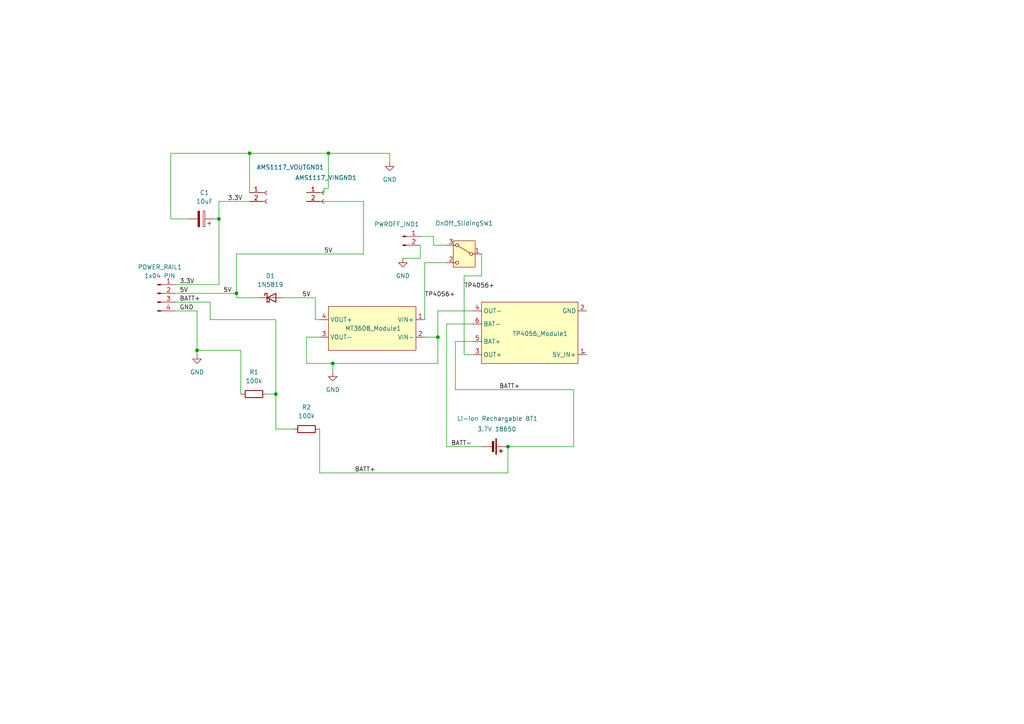
<source format=kicad_sch>
(kicad_sch (version 20250114) (generator "eeschema") (generator_version "9.0")
  (paper "A4")
  (lib_symbols
    (symbol "Connector:Conn_01x02_Pin" (pin_names (offset 1.016) (hide yes))
      (property "Reference" "J" (at 0 2.54 0))
      (property "Value" "Conn_01x02_Pin" (at 0 -5.08 0))
      (symbol "Conn_01x02_Pin_1_1"
        (rectangle (start 0.8636 0.127) (end 0 -0.127) (stroke (width 0.1524)) (fill (type outline)))
        (rectangle (start 0.8636 -2.413) (end 0 -2.667) (stroke (width 0.1524)) (fill (type outline)))
        (polyline (pts (xy 1.27 0) (xy 0.8636 0)) (stroke (width 0.1524)))
        (polyline (pts (xy 1.27 -2.54) (xy 0.8636 -2.54)) (stroke (width 0.1524)))
        (pin passive line (at 5.08 0 180) (length 3.81) (name "Pin_1") (number "1"))
        (pin passive line (at 5.08 -2.54 180) (length 3.81) (name "Pin_2") (number "2"))
      )
    )
    (symbol "Connector:Conn_01x02_Socket" (pin_names (offset 1.016) (hide yes))
      (property "Reference" "J" (at 0 2.54 0))
      (property "Value" "Conn_01x02_Socket" (at 0 -5.08 0))
      (symbol "Conn_01x02_Socket_1_1"
        (polyline (pts (xy -1.27 0) (xy -0.508 0)) (stroke (width 0.1524)))
        (polyline (pts (xy -1.27 -2.54) (xy -0.508 -2.54)) (stroke (width 0.1524)))
        (arc (start 0 -0.508) (mid -0.5058 0) (end 0 0.508) (stroke (width 0.1524)))
        (arc (start 0 -3.048) (mid -0.5058 -2.54) (end 0 -2.032) (stroke (width 0.1524)))
        (pin passive line (at -5.08 0 0) (length 3.81) (name "Pin_1") (number "1"))
        (pin passive line (at -5.08 -2.54 0) (length 3.81) (name "Pin_2") (number "2"))
      )
    )
    (symbol "Connector:Conn_01x04_Pin" (pin_names (offset 1.016) (hide yes))
      (property "Reference" "J" (at 0 5.08 0))
      (property "Value" "Conn_01x04_Pin" (at 0 -7.62 0))
      (symbol "Conn_01x04_Pin_1_1"
        (rectangle (start 0.8636 2.667) (end 0 2.413) (stroke (width 0.1524)) (fill (type outline)))
        (rectangle (start 0.8636 0.127) (end 0 -0.127) (stroke (width 0.1524)) (fill (type outline)))
        (rectangle (start 0.8636 -2.413) (end 0 -2.667) (stroke (width 0.1524)) (fill (type outline)))
        (rectangle (start 0.8636 -4.953) (end 0 -5.207) (stroke (width 0.1524)) (fill (type outline)))
        (polyline (pts (xy 1.27 2.54) (xy 0.8636 2.54)) (stroke (width 0.1524)))
        (polyline (pts (xy 1.27 0) (xy 0.8636 0)) (stroke (width 0.1524)))
        (polyline (pts (xy 1.27 -2.54) (xy 0.8636 -2.54)) (stroke (width 0.1524)))
        (polyline (pts (xy 1.27 -5.08) (xy 0.8636 -5.08)) (stroke (width 0.1524)))
        (pin passive line (at 5.08 2.54 180) (length 3.81) (name "Pin_1") (number "1"))
        (pin passive line (at 5.08 0 180) (length 3.81) (name "Pin_2") (number "2"))
        (pin passive line (at 5.08 -2.54 180) (length 3.81) (name "Pin_3") (number "3"))
        (pin passive line (at 5.08 -5.08 180) (length 3.81) (name "Pin_4") (number "4"))
      )
    )
    (symbol "Device:Battery_Cell" (pin_numbers (hide yes)) (pin_names (offset 0) (hide yes))
      (property "Reference" "BT" (at 2.54 2.54 0))
      (property "Value" "Battery_Cell" (at 2.54 0 0))
      (symbol "Battery_Cell_0_1"
        (rectangle (start -2.286 1.778) (end 2.286 1.524) (fill (type outline)))
        (rectangle (start -1.524 1.016) (end 1.524 0.508) (fill (type outline)))
        (polyline (pts (xy 0 1.778) (xy 0 2.54)))
        (polyline (pts (xy 0 0.762) (xy 0 0)))
        (polyline (pts (xy 0.762 3.048) (xy 1.778 3.048)) (stroke (width 0.254)))
        (polyline (pts (xy 1.27 3.556) (xy 1.27 2.54)) (stroke (width 0.254)))
      )
      (symbol "Battery_Cell_1_1"
        (pin passive line (at 0 5.08 270) (length 2.54) (name "+") (number "1"))
        (pin passive line (at 0 -2.54 90) (length 2.54) (name "-") (number "2"))
      )
    )
    (symbol "Device:C_Polarized" (pin_numbers (hide yes)) (pin_names (offset 0.254))
      (property "Reference" "C" (at 0.635 2.54 0))
      (property "Value" "C_Polarized" (at 0.635 -2.54 0))
      (symbol "C_Polarized_0_1"
        (rectangle (start -2.286 0.508) (end 2.286 1.016))
        (polyline (pts (xy -1.778 2.286) (xy -0.762 2.286)))
        (polyline (pts (xy -1.27 2.794) (xy -1.27 1.778)))
        (rectangle (start 2.286 -0.508) (end -2.286 -1.016) (fill (type outline)))
      )
      (symbol "C_Polarized_1_1"
        (pin passive line (at 0 3.81 270) (length 2.794) (name "~") (number "1"))
        (pin passive line (at 0 -3.81 90) (length 2.794) (name "~") (number "2"))
      )
    )
    (symbol "Device:R" (pin_numbers (hide yes)) (pin_names (offset 0))
      (property "Reference" "R" (at 2.032 0 90))
      (property "Value" "R" (at 0 0 90))
      (symbol "R_0_1"
        (rectangle (start -1.016 -2.54) (end 1.016 2.54) (stroke (width 0.254)))
      )
      (symbol "R_1_1"
        (pin passive line (at 0 3.81 270) (length 1.27) (name "~") (number "1"))
        (pin passive line (at 0 -3.81 90) (length 1.27) (name "~") (number "2"))
      )
    )
    (symbol "Diode:1N5819" (pin_numbers (hide yes)) (pin_names (offset 1.016) (hide yes))
      (property "Reference" "D" (at 0 2.54 0))
      (property "Value" "1N5819" (at 0 -2.54 0))
      (symbol "1N5819_0_1"
        (polyline (pts (xy -1.905 0.635) (xy -1.905 1.27) (xy -1.27 1.27) (xy -1.27 -1.27) (xy -0.635 -1.27) (xy -0.635 -0.635)) (stroke (width 0.254)))
        (polyline (pts (xy 1.27 1.27) (xy 1.27 -1.27) (xy -1.27 0) (xy 1.27 1.27)) (stroke (width 0.254)))
        (polyline (pts (xy 1.27 0) (xy -1.27 0)))
      )
      (symbol "1N5819_1_1"
        (pin passive line (at -3.81 0 0) (length 2.54) (name "K") (number "1"))
        (pin passive line (at 3.81 0 180) (length 2.54) (name "A") (number "2"))
      )
    )
    (symbol "Switch:SW_Wuerth_450301014042" (pin_names (offset 1) (hide yes))
      (property "Reference" "SW" (at 0 5.08 0))
      (property "Value" "SW_Wuerth_450301014042" (at 0 -5.08 0))
      (symbol "SW_Wuerth_450301014042_0_1"
        (circle (center -2.032 0) (radius 0.4572))
        (polyline (pts (xy -1.651 0.254) (xy 1.651 2.286)))
        (circle (center 2.032 2.54) (radius 0.4572))
        (circle (center 2.032 -2.54) (radius 0.4572))
      )
      (symbol "SW_Wuerth_450301014042_1_1"
        (rectangle (start -3.175 3.81) (end 3.175 -3.81) (fill (type background)))
        (pin passive line (at -5.08 0 0) (length 2.54) (name "B") (number "1"))
        (pin passive line (at 5.08 2.54 180) (length 2.54) (name "A") (number "3"))
        (pin passive line (at 5.08 -2.54 180) (length 2.54) (name "C") (number "2"))
      )
    )
    (symbol "TMB_Library:MT3608_Module"
      (property "Reference" "U" (at 0 0 0))
      (symbol "MT3608_Module_0_1"
        (rectangle (start -27.94 6.35) (end -2.54 -6.35) (fill (type color) (color 255 255 194 1)))
      )
      (symbol "MT3608_Module_1_1"
        (pin power_out line (at -30.48 2.54 0) (length 2.54) (name "VOUT+") (number "4"))
        (pin power_out line (at -30.48 -2.54 0) (length 2.54) (name "VOUT-") (number "3"))
        (pin power_in line (at 0 2.54 180) (length 2.54) (name "VIN+") (number "1"))
        (pin power_in line (at 0 -2.54 180) (length 2.54) (name "VIN-") (number "2"))
      )
    )
    (symbol "TMB_Library:TP4056_Module"
      (property "Reference" "U" (at 0 0 0))
      (symbol "TP4056_Module_0_1"
        (rectangle (start 2.54 8.89) (end 30.48 -8.89) (fill (type color) (color 255 255 194 1)))
      )
      (symbol "TP4056_Module_1_1"
        (pin power_out line (at 0 6.35 0) (length 2.54) (name "OUT-") (number "4"))
        (pin bidirectional line (at 0 2.54 0) (length 2.54) (name "BAT-") (number "6"))
        (pin bidirectional line (at 0 -2.54 0) (length 2.54) (name "BAT+") (number "5"))
        (pin power_out line (at 0 -6.35 0) (length 2.54) (name "OUT+") (number "3"))
        (pin power_in line (at 33.02 6.35 180) (length 2.54) (name "GND") (number "2"))
        (pin power_in line (at 33.02 -6.35 180) (length 2.54) (name "5V_IN+") (number "1"))
      )
    )
    (symbol "power:GND" (power) (pin_numbers (hide yes)) (pin_names (offset 0) (hide yes))
      (property "Value" "GND" (at 0 -3.81 0))
      (symbol "GND_0_1"
        (polyline (pts (xy 0 0) (xy 0 -1.27) (xy 1.27 -1.27) (xy 0 -2.54) (xy -1.27 -1.27) (xy 0 -1.27)))
      )
      (symbol "GND_1_1"
        (pin power_in line (at 0 0 270) (length 0) (name "~") (number "1"))
      )
    )
  )
  (junction (at 72.39 44.45))
  (junction (at 68.58 85.09))
  (junction (at 96.52 105.41))
  (junction (at 63.5 63.5))
  (junction (at 57.15 101.6))
  (junction (at 147.32 129.54))
  (junction (at 80.01 114.3))
  (junction (at 95.25 44.45))
  (junction (at 127 97.79))
  (wire (pts (xy 125.73 71.12) (xy 125.73 68.58)))
  (wire (pts (xy 49.53 44.45) (xy 72.39 44.45)))
  (wire (pts (xy 129.54 71.12) (xy 125.73 71.12)))
  (wire (pts (xy 69.85 114.3) (xy 69.85 101.6)))
  (wire (pts (xy 63.5 58.42) (xy 63.5 63.5)))
  (wire (pts (xy 62.23 63.5) (xy 63.5 63.5)))
  (wire (pts (xy 72.39 44.45) (xy 95.25 44.45)))
  (wire (pts (xy 147.32 137.16) (xy 92.71 137.16)))
  (wire (pts (xy 96.52 105.41) (xy 127 105.41)))
  (wire (pts (xy 166.37 129.54) (xy 166.37 113.03)))
  (wire (pts (xy 139.7 73.66) (xy 139.7 80.01)))
  (wire (pts (xy 147.32 129.54) (xy 166.37 129.54)))
  (wire (pts (xy 91.44 92.71) (xy 92.71 92.71)))
  (wire (pts (xy 129.54 76.2) (xy 123.19 76.2)))
  (wire (pts (xy 93.98 54.61) (xy 93.98 55.88)))
  (wire (pts (xy 105.41 58.42) (xy 105.41 73.66)))
  (wire (pts (xy 88.9 97.79) (xy 88.9 105.41)))
  (wire (pts (xy 96.52 105.41) (xy 96.52 107.95)))
  (wire (pts (xy 88.9 97.79) (xy 92.71 97.79)))
  (wire (pts (xy 93.98 55.88) (xy 88.9 55.88)))
  (wire (pts (xy 132.08 99.06) (xy 132.08 113.03)))
  (wire (pts (xy 72.39 44.45) (xy 72.39 55.88)))
  (wire (pts (xy 60.96 92.71) (xy 60.96 87.63)))
  (wire (pts (xy 129.54 129.54) (xy 139.7 129.54)))
  (wire (pts (xy 139.7 80.01) (xy 134.62 80.01)))
  (wire (pts (xy 49.53 63.5) (xy 54.61 63.5)))
  (wire (pts (xy 68.58 85.09) (xy 68.58 86.36)))
  (wire (pts (xy 166.37 113.03) (xy 132.08 113.03)))
  (wire (pts (xy 129.54 93.98) (xy 137.16 93.98)))
  (wire (pts (xy 134.62 80.01) (xy 134.62 102.87)))
  (wire (pts (xy 123.19 76.2) (xy 123.19 92.71)))
  (wire (pts (xy 57.15 101.6) (xy 57.15 102.87)))
  (wire (pts (xy 88.9 105.41) (xy 96.52 105.41)))
  (wire (pts (xy 80.01 124.46) (xy 80.01 114.3)))
  (wire (pts (xy 72.39 58.42) (xy 63.5 58.42)))
  (wire (pts (xy 134.62 102.87) (xy 137.16 102.87)))
  (wire (pts (xy 50.8 87.63) (xy 60.96 87.63)))
  (wire (pts (xy 116.84 74.93) (xy 121.92 74.93)))
  (wire (pts (xy 50.8 90.17) (xy 57.15 90.17)))
  (wire (pts (xy 88.9 58.42) (xy 105.41 58.42)))
  (wire (pts (xy 125.73 68.58) (xy 121.92 68.58)))
  (wire (pts (xy 95.25 44.45) (xy 95.25 54.61)))
  (wire (pts (xy 113.03 44.45) (xy 113.03 46.99)))
  (wire (pts (xy 127 97.79) (xy 127 105.41)))
  (wire (pts (xy 80.01 114.3) (xy 80.01 92.71)))
  (wire (pts (xy 68.58 73.66) (xy 105.41 73.66)))
  (wire (pts (xy 50.8 82.55) (xy 63.5 82.55)))
  (wire (pts (xy 91.44 86.36) (xy 82.55 86.36)))
  (wire (pts (xy 92.71 124.46) (xy 92.71 137.16)))
  (wire (pts (xy 91.44 86.36) (xy 91.44 92.71)))
  (wire (pts (xy 68.58 86.36) (xy 74.93 86.36)))
  (wire (pts (xy 123.19 97.79) (xy 127 97.79)))
  (wire (pts (xy 147.32 129.54) (xy 147.32 137.16)))
  (wire (pts (xy 93.98 54.61) (xy 95.25 54.61)))
  (wire (pts (xy 77.47 114.3) (xy 80.01 114.3)))
  (wire (pts (xy 127 90.17) (xy 127 97.79)))
  (wire (pts (xy 80.01 124.46) (xy 85.09 124.46)))
  (wire (pts (xy 63.5 82.55) (xy 63.5 63.5)))
  (wire (pts (xy 80.01 92.71) (xy 60.96 92.71)))
  (wire (pts (xy 49.53 44.45) (xy 49.53 63.5)))
  (wire (pts (xy 132.08 99.06) (xy 137.16 99.06)))
  (wire (pts (xy 121.92 71.12) (xy 121.92 74.93)))
  (wire (pts (xy 57.15 90.17) (xy 57.15 101.6)))
  (wire (pts (xy 69.85 101.6) (xy 57.15 101.6)))
  (wire (pts (xy 95.25 44.45) (xy 113.03 44.45)))
  (wire (pts (xy 127 90.17) (xy 137.16 90.17)))
  (wire (pts (xy 68.58 73.66) (xy 68.58 85.09)))
  (wire (pts (xy 129.54 93.98) (xy 129.54 129.54)))
  (wire (pts (xy 50.8 85.09) (xy 68.58 85.09)))
  (label "TP4056+" (at 123.19 86.36 0))
  (label "5V" (at 87.63 86.36 0))
  (label "5V" (at 64.77 85.09 0))
  (label "5V" (at 93.98 73.66 0))
  (label "GND" (at 52.07 90.17 0))
  (label "3.3V" (at 66.04 58.42 0))
  (label "BATT+" (at 52.07 87.63 0))
  (label "TP4056+" (at 134.62 83.82 0))
  (label "3.3V" (at 52.07 82.55 0))
  (label "BATT-" (at 130.81 129.54 0))
  (label "BATT+" (at 144.78 113.03 0))
  (label "5V" (at 52.07 85.09 0))
  (label "BATT+" (at 102.87 137.16 0))
  (symbol (lib_id "power:GND") (at 116.84 74.93 0) (unit 1)
    (property "Reference" "#PWR04" (effects (hide yes)))
    (property "Value" "GND" (at 116.84 80.01 0))
    (property "Description" "Power symbol creates a global label with name \"GND\" , ground" (effects (hide yes)))
  )
  (symbol (lib_id "Device:R") (at 73.66 114.3 90) (unit 1)
    (property "Reference" "R1" (at 73.66 107.95 90))
    (property "Value" "100k" (at 73.66 110.49 90))
    (property "Footprint" "Resistor_THT:R_Axial_DIN0207_L6.3mm_D2.5mm_P7.62mm_Horizontal" (effects (hide yes)))
    (property "Description" "Resistor" (effects (hide yes)))
  )
  (symbol (lib_id "TMB_Library:MT3608_Module") (at 123.19 95.25 0) (unit 1)
    (property "Reference" "MT3608_Module1" (at 108.204 95.25 0))
    (property "Footprint" "TMB_Library:MT3608-hw-045" (effects (hide yes)))
  )
  (symbol (lib_id "Device:R") (at 88.9 124.46 90) (unit 1)
    (property "Reference" "R2" (at 88.9 118.11 90))
    (property "Value" "100k" (at 88.9 120.65 90))
    (property "Footprint" "Resistor_THT:R_Axial_DIN0207_L6.3mm_D2.5mm_P7.62mm_Horizontal" (effects (hide yes)))
    (property "Description" "Resistor" (effects (hide yes)))
  )
  (symbol (lib_id "Device:C_Polarized") (at 58.42 63.5 270) (mirror x) (unit 1)
    (property "Reference" "C1" (at 59.309 55.88 90))
    (property "Value" "10uF" (at 59.309 58.42 90))
    (property "Footprint" "Capacitor_THT:CP_Radial_D4.0mm_P2.00mm" (effects (hide yes)))
    (property "Description" "Polarized capacitor" (effects (hide yes)))
  )
  (symbol (lib_id "Connector:Conn_01x04_Pin") (at 45.72 85.09 0) (unit 1)
    (property "Reference" "POWER_RAIL1" (at 46.355 77.47 0))
    (property "Value" "1x04 PIN" (at 46.355 80.01 0))
    (property "Footprint" "Connector_PinHeader_2.54mm:PinHeader_1x04_P2.54mm_Vertical" (effects (hide yes)))
    (property "Description" "Generic connector, single row, 01x04, script generated" (effects (hide yes)))
  )
  (symbol (lib_id "TMB_Library:TP4056_Module") (at 137.16 96.52 0) (unit 1)
    (property "Reference" "TP4056_Module1" (at 148.59 96.774 0) (effects (justify left)))
    (property "Value" "~" (at 168.91 102.2349 0) (effects (justify left)))
    (property "Footprint" "TMB_Library:TP4056-18650" (effects (hide yes)))
  )
  (symbol (lib_id "Diode:1N5819") (at 78.74 86.36 0) (unit 1)
    (property "Reference" "D1" (at 78.4225 80.01 0))
    (property "Value" "1N5819" (at 78.4225 82.55 0))
    (property "Footprint" "Diode_THT:D_DO-41_SOD81_P10.16mm_Horizontal" (effects (hide yes)))
    (property "Datasheet" "http://www.vishay.com/docs/88525/1n5817.pdf" (effects (hide yes)))
    (property "Description" "40V 1A Schottky Barrier Rectifier Diode, DO-41" (effects (hide yes)))
  )
  (symbol (lib_id "power:GND") (at 113.03 46.99 0) (unit 1)
    (property "Reference" "#PWR01" (effects (hide yes)))
    (property "Value" "GND" (at 113.03 52.07 0))
    (property "Description" "Power symbol creates a global label with name \"GND\" , ground" (effects (hide yes)))
  )
  (symbol (lib_id "Switch:SW_Wuerth_450301014042") (at 134.62 73.66 0) (mirror y) (unit 1)
    (property "Reference" "OnOff_SlidingSW1" (at 134.62 64.77 0))
    (property "Value" "SW_Wuerth_450301014042" (effects (hide yes)))
    (property "Footprint" "Button_Switch_THT:SW_Slide-03_Wuerth-WS-SLTV_10x2.5x6.4_P2.54mm" (effects (hide yes)))
    (property "Datasheet" "https://www.we-online.com/components/products/datasheet/450301014042.pdf" (effects (hide yes)))
    (property "Description" "Switch slide, single pole double throw" (effects (hide yes)))
  )
  (symbol (lib_id "power:GND") (at 57.15 102.87 0) (unit 1)
    (property "Reference" "#PWR02" (effects (hide yes)))
    (property "Value" "GND" (at 57.15 107.95 0))
    (property "Description" "Power symbol creates a global label with name \"GND\" , ground" (effects (hide yes)))
  )
  (symbol (lib_id "Device:Battery_Cell") (at 142.24 129.54 270) (unit 1)
    (property "Reference" "Li-ion Rechargable BT1" (at 144.272 121.412 90))
    (property "Value" "3.7V 18650" (at 144.0815 124.46 90))
    (property "Footprint" "Battery:BatteryHolder_MPD_BK-18650-PC2" (effects (hide yes)))
    (property "Description" "Single-cell battery" (effects (hide yes)))
  )
  (symbol (lib_id "Connector:Conn_01x02_Socket") (at 93.98 55.88 0) (unit 1)
    (property "Reference" "AMS1117_VINGND1" (at 85.598 51.562 0) (effects (justify left)))
    (property "Value" "1x02 Pin" (effects (hide yes)))
    (property "Footprint" "Connector_PinSocket_2.54mm:PinSocket_1x02_P2.54mm_Vertical" (effects (hide yes)))
    (property "Description" "Generic connector, single row, 01x02, script generated" (effects (hide yes)))
  )
  (symbol (lib_id "Connector:Conn_01x02_Socket") (at 77.47 55.88 0) (unit 1)
    (property "Reference" "AMS1117_VOUTGND1" (at 74.422 48.514 0) (effects (justify left)))
    (property "Value" "1x02 Pin" (effects (hide yes)))
    (property "Footprint" "Connector_PinSocket_2.54mm:PinSocket_1x02_P2.54mm_Vertical" (effects (hide yes)))
    (property "Description" "Generic connector, single row, 01x02, script generated" (effects (hide yes)))
  )
  (symbol (lib_id "power:GND") (at 96.52 107.95 0) (unit 1)
    (property "Reference" "#PWR03" (effects (hide yes)))
    (property "Value" "GND" (at 96.52 113.03 0))
    (property "Description" "Power symbol creates a global label with name \"GND\" , ground" (effects (hide yes)))
  )
  (symbol (lib_id "Connector:Conn_01x02_Pin") (at 116.84 68.58 0) (unit 1)
    (property "Reference" "PWROFF_IND1" (at 115.062 65.024 0))
    (property "Value" "Conn_01x02_Pin" (effects (hide yes)))
    (property "Footprint" "Connector_PinHeader_2.54mm:PinHeader_1x02_P2.54mm_Vertical" (effects (hide yes)))
    (property "Description" "Generic connector, single row, 01x02, script generated" (effects (hide yes)))
  )
)
</source>
